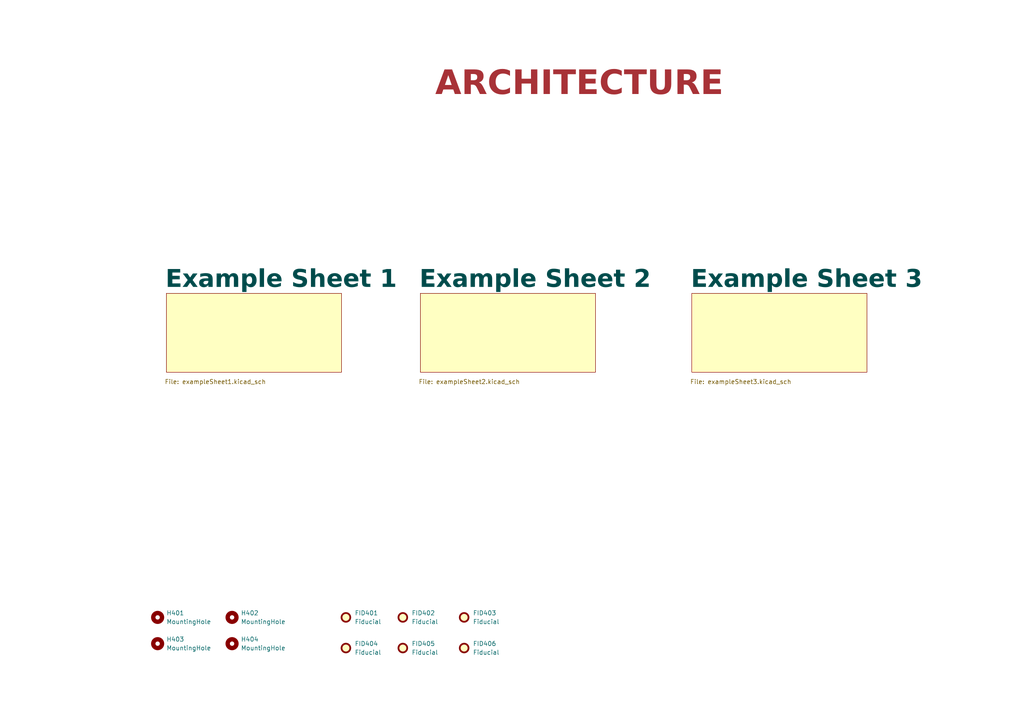
<source format=kicad_sch>
(kicad_sch (version 20250114) (generator "eeschema") (generator_version "9.0")
  (paper "A4")
  (title_block (title "Block Diagram") (date "2025-04-06") (rev "${REVISION}") (company "${COMPANY}"))
  (lib_symbols
    (symbol "Mechanical:Fiducial" (in_bom no)
      (property "Reference" "FID" (at 0 5.08 0))
      (property "Value" "Fiducial" (at 0 3.175 0))
      (symbol "Fiducial_0_1"
        (circle (center 0 0) (radius 1.27) (stroke (width 0.508)) (fill (type background)))
      )
    )
    (symbol "Mechanical:MountingHole" (pin_names (offset 1.016)) (in_bom no)
      (property "Reference" "H" (at 0 5.08 0))
      (property "Value" "MountingHole" (at 0 3.175 0))
      (symbol "MountingHole_0_1"
        (circle (center 0 0) (radius 1.27) (stroke (width 1.27)))
      )
    )
  )
  (text "ARCHITECTURE" (at 126.238 30.48 0) (effects (font (size 7 7) (thickness 1) (bold yes)) (justify left bottom)))
  (symbol (lib_id "Mechanical:Fiducial") (at 116.84 187.96 0) (unit 1) (in_bom no)
    (property "Reference" "FID405" (at 119.38 186.6899 0) (effects (justify left)))
    (property "Value" "Fiducial" (at 119.38 189.2299 0) (effects (justify left)))
    (property "Footprint" "Fiducial:Fiducial_0.5mm_Mask1mm" (effects (hide yes)))
    (property "Description" "Fiducial Marker" (effects (hide yes)))
  )
  (symbol (lib_id "Mechanical:Fiducial") (at 100.33 187.96 0) (unit 1) (in_bom no)
    (property "Reference" "FID404" (at 102.87 186.6899 0) (effects (justify left)))
    (property "Value" "Fiducial" (at 102.87 189.2299 0) (effects (justify left)))
    (property "Footprint" "Fiducial:Fiducial_0.5mm_Mask1mm" (effects (hide yes)))
    (property "Description" "Fiducial Marker" (effects (hide yes)))
  )
  (symbol (lib_id "Mechanical:Fiducial") (at 134.62 187.96 0) (unit 1) (in_bom no)
    (property "Reference" "FID406" (at 137.16 186.6899 0) (effects (justify left)))
    (property "Value" "Fiducial" (at 137.16 189.2299 0) (effects (justify left)))
    (property "Footprint" "Fiducial:Fiducial_0.5mm_Mask1mm" (effects (hide yes)))
    (property "Description" "Fiducial Marker" (effects (hide yes)))
  )
  (symbol (lib_id "Mechanical:Fiducial") (at 116.84 179.07 0) (unit 1) (in_bom no)
    (property "Reference" "FID402" (at 119.38 177.7999 0) (effects (justify left)))
    (property "Value" "Fiducial" (at 119.38 180.3399 0) (effects (justify left)))
    (property "Footprint" "Fiducial:Fiducial_0.5mm_Mask1mm" (effects (hide yes)))
    (property "Description" "Fiducial Marker" (effects (hide yes)))
  )
  (symbol (lib_id "Mechanical:MountingHole") (at 45.72 186.69 0) (unit 1) (in_bom no)
    (property "Reference" "H403" (at 48.26 185.4199 0) (effects (justify left)))
    (property "Value" "MountingHole" (at 48.26 187.9599 0) (effects (justify left)))
    (property "Footprint" "MountingHole:MountingHole_2.2mm_M2" (effects (hide yes)))
    (property "Description" "Mounting Hole without connection" (effects (hide yes)))
  )
  (symbol (lib_id "Mechanical:MountingHole") (at 67.31 179.07 0) (unit 1) (in_bom no)
    (property "Reference" "H402" (at 69.85 177.7999 0) (effects (justify left)))
    (property "Value" "MountingHole" (at 69.85 180.3399 0) (effects (justify left)))
    (property "Footprint" "MountingHole:MountingHole_2.2mm_M2" (effects (hide yes)))
    (property "Description" "Mounting Hole without connection" (effects (hide yes)))
  )
  (symbol (lib_id "Mechanical:Fiducial") (at 134.62 179.07 0) (unit 1) (in_bom no)
    (property "Reference" "FID403" (at 137.16 177.7999 0) (effects (justify left)))
    (property "Value" "Fiducial" (at 137.16 180.3399 0) (effects (justify left)))
    (property "Footprint" "Fiducial:Fiducial_0.5mm_Mask1mm" (effects (hide yes)))
    (property "Description" "Fiducial Marker" (effects (hide yes)))
  )
  (symbol (lib_id "Mechanical:Fiducial") (at 100.33 179.07 0) (unit 1) (in_bom no)
    (property "Reference" "FID401" (at 102.87 177.7999 0) (effects (justify left)))
    (property "Value" "Fiducial" (at 102.87 180.3399 0) (effects (justify left)))
    (property "Footprint" "Fiducial:Fiducial_0.5mm_Mask1mm" (effects (hide yes)))
    (property "Description" "Fiducial Marker" (effects (hide yes)))
  )
  (symbol (lib_id "Mechanical:MountingHole") (at 45.72 179.07 0) (unit 1) (in_bom no)
    (property "Reference" "H401" (at 48.26 177.7999 0) (effects (justify left)))
    (property "Value" "MountingHole" (at 48.26 180.3399 0) (effects (justify left)))
    (property "Footprint" "MountingHole:MountingHole_2.2mm_M2" (effects (hide yes)))
    (property "Description" "Mounting Hole without connection" (effects (hide yes)))
  )
  (symbol (lib_id "Mechanical:MountingHole") (at 67.31 186.69 0) (unit 1) (in_bom no)
    (property "Reference" "H404" (at 69.85 185.4199 0) (effects (justify left)))
    (property "Value" "MountingHole" (at 69.85 187.9599 0) (effects (justify left)))
    (property "Footprint" "MountingHole:MountingHole_2.2mm_M2" (effects (hide yes)))
    (property "Description" "Mounting Hole without connection" (effects (hide yes)))
  )
  (sheet (at 121.92 85.09) (size 50.8 22.86) (stroke (width 0.1524)) (fill (color 255 255 194 1.0000))
    (property "Sheetname" "Example Sheet 2" (at 121.666 84.074 0) (effects (font (size 5.08 5.08) (bold yes)) (justify left bottom)))
    (property "Sheetfile" "exampleSheet2.kicad_sch" (at 121.412 109.982 0) (effects (justify left top)))
  )
  (sheet (at 200.66 85.09) (size 50.8 22.86) (stroke (width 0.1524)) (fill (color 255 255 194 1.0000))
    (property "Sheetname" "Example Sheet 3" (at 200.406 84.074 0) (effects (font (size 5.08 5.08) (bold yes)) (justify left bottom)))
    (property "Sheetfile" "exampleSheet3.kicad_sch" (at 200.152 109.982 0) (effects (justify left top)))
  )
  (sheet (at 48.26 85.09) (size 50.8 22.86) (stroke (width 0.1524)) (fill (color 255 255 194 1.0000))
    (property "Sheetname" "Example Sheet 1" (at 48.006 84.074 0) (effects (font (size 5.08 5.08) (bold yes)) (justify left bottom)))
    (property "Sheetfile" "exampleSheet1.kicad_sch" (at 47.752 109.982 0) (effects (justify left top)))
  )
)
</source>
